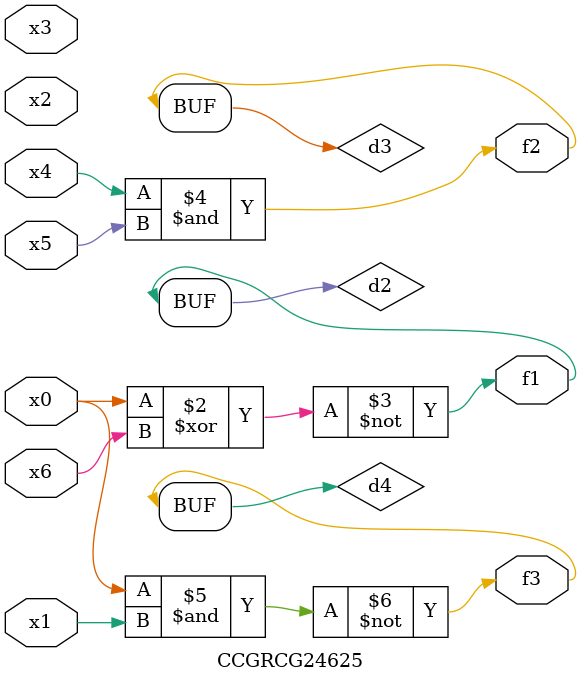
<source format=v>
module CCGRCG24625(
	input x0, x1, x2, x3, x4, x5, x6,
	output f1, f2, f3
);

	wire d1, d2, d3, d4;

	nor (d1, x0);
	xnor (d2, x0, x6);
	and (d3, x4, x5);
	nand (d4, x0, x1);
	assign f1 = d2;
	assign f2 = d3;
	assign f3 = d4;
endmodule

</source>
